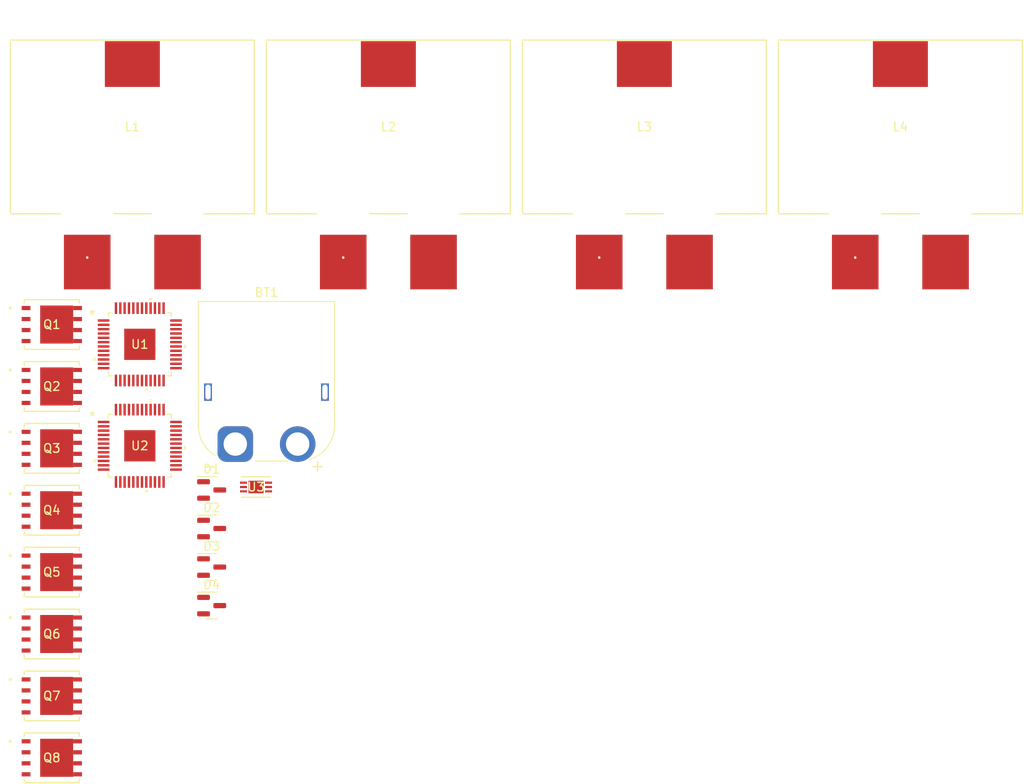
<source format=kicad_pcb>
(kicad_pcb (version 20221018) (generator pcbnew)
  (layers (0 "F.Cu" signal) (31 "B.Cu" signal) (34 "B.Paste" user) (35 "F.Paste" user) (36 "B.SilkS" user "B.Silkscreen") (37 "F.SilkS" user "F.Silkscreen") (38 "B.Mask" user) (39 "F.Mask" user) (44 "Edge.Cuts" user))
  (net 0 "")
  (net 1 "+BATT")
  (net 2 "GND")
  (net 3 "Net-(D1-K)")
  (net 4 "/DRVCC1")
  (net 5 "Net-(D2-K)")
  (net 6 "Net-(D3-K)")
  (net 7 "/DRVCC2")
  (net 8 "Net-(D4-K)")
  (net 9 "Net-(Q1-S)")
  (net 10 "+24V")
  (net 11 "Net-(Q3-S)")
  (net 12 "Net-(Q5-S)")
  (net 13 "Net-(Q7-S)")
  (net 14 "Net-(Q1-G)")
  (net 15 "Net-(Q2-G)")
  (net 16 "Net-(Q3-G)")
  (net 17 "Net-(Q4-G)")
  (net 18 "Net-(Q5-G)")
  (net 19 "Net-(Q6-G)")
  (net 20 "Net-(Q7-G)")
  (net 21 "Net-(Q8-G)")
  (net 23 "/INTVCC1")
  (net 24 "/CLK1")
  (net 25 "Net-(U1-FREQ)")
  (net 26 "Net-(U1-ITH2)")
  (net 27 "Net-(U1-SENSE2+)")
  (net 34 "/LVC")
  (net 44 "/SS")
  (net 45 "/ITH")
  (net 46 "Net-(U1-VFB1)")
  (net 47 "Net-(U1-SENSE1+)")
  (net 49 "/INTVCC2")
  (net 50 "/CLK2")
  (net 51 "Net-(U2-FREQ)")
  (net 52 "Net-(U2-ITH2)")
  (net 53 "Net-(U2-SENSE2+)")
  (net 69 "Net-(U2-VFB1)")
  (net 70 "Net-(U2-SENSE1+)")
  (net 71 "Net-(U3-SET)")
  (footprint "BPP_Lib:Infineon 8-PowerTDFN" (layer "F.Cu") (at 47.722016 67.317004)
    (fp_text reference "Q1" (at 0 0 unlocked) (layer "F.SilkS"))
    (fp_text value "BSC520N15NS3")
    (fp_poly (pts (xy -1.34366 -2.1971) (xy 2.46634 -2.1971) (xy 2.46634 2.1971) (xy -1.34366 2.1971)) (fill solid) (layer "F.Cu"))
    (fp_line (start -3.175 -2.8702) (end -3.175 -2.47904) (stroke (width 0.1524)) (layer "F.SilkS"))
    (fp_line (start -3.175 2.47904) (end -3.175 2.8702) (stroke (width 0.1524)) (layer "F.SilkS"))
    (fp_line (start -3.175 2.8702) (end 3.175 2.8702) (stroke (width 0.1524)) (layer "F.SilkS"))
    (fp_line (start 3.175 -2.8702) (end -3.175 -2.8702) (stroke (width 0.1524)) (layer "F.SilkS"))
    (fp_line (start 3.175 -2.47904) (end 3.175 -2.8702) (stroke (width 0.1524)) (layer "F.SilkS"))
    (fp_line (start 3.175 2.8702) (end 3.175 2.47904) (stroke (width 0.1524)) (layer "F.SilkS"))
    (fp_circle (center -4.8006 -1.905) (end -4.699 -1.905) (stroke (width 0.1524)) (fill none) (layer "F.SilkS"))
    (pad "1" smd rect (at -2.9718 -1.905) (size 1.016 0.4826) (layers "F.Cu" "F.Paste" "F.Mask") (net 9 "Net-(Q1-S)"))
    (pad "1" smd rect (at -2.9718 -0.635) (size 1.016 0.4826) (layers "F.Cu" "F.Paste" "F.Mask") (net 9 "Net-(Q1-S)"))
    (pad "1" smd rect (at -2.9718 0.635) (size 1.016 0.4826) (layers "F.Cu" "F.Paste" "F.Mask") (net 9 "Net-(Q1-S)"))
    (pad "2" smd rect (at -2.9718 1.905) (size 1.016 0.4826) (layers "F.Cu" "F.Paste" "F.Mask") (net 14 "Net-(Q1-G)"))
    (pad "3" smd rect (at 2.9718 -1.905) (size 1.016 0.4826) (layers "F.Cu" "F.Paste" "F.Mask") (net 1 "+BATT"))
    (pad "3" smd rect (at 2.9718 -0.635) (size 1.016 0.4826) (layers "F.Cu" "F.Paste" "F.Mask") (net 1 "+BATT"))
    (pad "3" smd rect (at 2.9718 0.635) (size 1.016 0.4826) (layers "F.Cu" "F.Paste" "F.Mask") (net 1 "+BATT"))
    (pad "3" smd rect (at 2.9718 1.905) (size 1.016 0.4826) (layers "F.Cu" "F.Paste" "F.Mask") (net 1 "+BATT"))
  )
  (footprint "BPP_Lib:LTC6908-DFN" (layer "F.Cu") (at 71.303215 86.077904)
    (fp_text reference "U3" (at 0 0 unlocked) (layer "F.SilkS"))
    (fp_text value "LTC6908-2")
    (fp_line (start -1.6764 1.1811) (end 1.6764 1.1811) (stroke (width 0.1524)) (layer "F.SilkS"))
    (fp_line (start 1.6764 -1.1811) (end -1.6764 -1.1811) (stroke (width 0.1524)) (layer "F.SilkS"))
    (pad "1" smd rect (at -1.4454 -0.499999) (size 0.807999 0.2548) (layers "F.Cu" "F.Paste" "F.Mask") (net 71 "Net-(U3-SET)"))
    (pad "2" smd rect (at -1.4454 0) (size 0.807999 0.2548) (layers "F.Cu" "F.Paste" "F.Mask") (net 23 "/INTVCC1"))
    (pad "3" smd rect (at -1.4454 0.499999) (size 0.807999 0.2548) (layers "F.Cu" "F.Paste" "F.Mask") (net 2 "GND"))
    (pad "4" smd rect (at 1.4454 0.499999) (size 0.807999 0.2548) (layers "F.Cu" "F.Paste" "F.Mask") (net 24 "/CLK1"))
    (pad "5" smd rect (at 1.4454 0) (size 0.807999 0.2548) (layers "F.Cu" "F.Paste" "F.Mask") (net 50 "/CLK2"))
    (pad "6" smd rect (at 1.4454 -0.499999) (size 0.807999 0.2548) (layers "F.Cu" "F.Paste" "F.Mask") (net 24 "/CLK1"))
    (pad "7" smd rect (at 0 0) (size 1.7526 1.4478) (layers "F.Cu" "F.Paste" "F.Mask") (net 2 "GND"))
  )
  (footprint "BPP_Lib:Infineon 8-PowerTDFN" (layer "F.Cu") (at 47.722016 110.197804)
    (fp_text reference "Q7" (at 0 0 unlocked) (layer "F.SilkS"))
    (fp_text value "BSC093N15NS5")
    (fp_poly (pts (xy -1.34366 -2.1971) (xy 2.46634 -2.1971) (xy 2.46634 2.1971) (xy -1.34366 2.1971)) (fill solid) (layer "F.Cu"))
    (fp_line (start -3.175 -2.8702) (end -3.175 -2.47904) (stroke (width 0.1524)) (layer "F.SilkS"))
    (fp_line (start -3.175 2.47904) (end -3.175 2.8702) (stroke (width 0.1524)) (layer "F.SilkS"))
    (fp_line (start -3.175 2.8702) (end 3.175 2.8702) (stroke (width 0.1524)) (layer "F.SilkS"))
    (fp_line (start 3.175 -2.8702) (end -3.175 -2.8702) (stroke (width 0.1524)) (layer "F.SilkS"))
    (fp_line (start 3.175 -2.47904) (end 3.175 -2.8702) (stroke (width 0.1524)) (layer "F.SilkS"))
    (fp_line (start 3.175 2.8702) (end 3.175 2.47904) (stroke (width 0.1524)) (layer "F.SilkS"))
    (fp_circle (center -4.8006 -1.905) (end -4.699 -1.905) (stroke (width 0.1524)) (fill none) (layer "F.SilkS"))
    (pad "1" smd rect (at -2.9718 -1.905) (size 1.016 0.4826) (layers "F.Cu" "F.Paste" "F.Mask") (net 13 "Net-(Q7-S)"))
    (pad "1" smd rect (at -2.9718 -0.635) (size 1.016 0.4826) (layers "F.Cu" "F.Paste" "F.Mask") (net 13 "Net-(Q7-S)"))
    (pad "1" smd rect (at -2.9718 0.635) (size 1.016 0.4826) (layers "F.Cu" "F.Paste" "F.Mask") (net 13 "Net-(Q7-S)"))
    (pad "2" smd rect (at -2.9718 1.905) (size 1.016 0.4826) (layers "F.Cu" "F.Paste" "F.Mask") (net 20 "Net-(Q7-G)"))
    (pad "3" smd rect (at 2.9718 -1.905) (size 1.016 0.4826) (layers "F.Cu" "F.Paste" "F.Mask") (net 1 "+BATT"))
    (pad "3" smd rect (at 2.9718 -0.635) (size 1.016 0.4826) (layers "F.Cu" "F.Paste" "F.Mask") (net 1 "+BATT"))
    (pad "3" smd rect (at 2.9718 0.635) (size 1.016 0.4826) (layers "F.Cu" "F.Paste" "F.Mask") (net 1 "+BATT"))
    (pad "3" smd rect (at 2.9718 1.905) (size 1.016 0.4826) (layers "F.Cu" "F.Paste" "F.Mask") (net 1 "+BATT"))
  )
  (footprint "BPP_Lib:Infineon 8-PowerTDFN" (layer "F.Cu") (at 47.722016 117.344604)
    (fp_text reference "Q8" (at 0 0 unlocked) (layer "F.SilkS"))
    (fp_text value "BSC093N15NS5")
    (fp_poly (pts (xy -1.34366 -2.1971) (xy 2.46634 -2.1971) (xy 2.46634 2.1971) (xy -1.34366 2.1971)) (fill solid) (layer "F.Cu"))
    (fp_line (start -3.175 -2.8702) (end -3.175 -2.47904) (stroke (width 0.1524)) (layer "F.SilkS"))
    (fp_line (start -3.175 2.47904) (end -3.175 2.8702) (stroke (width 0.1524)) (layer "F.SilkS"))
    (fp_line (start -3.175 2.8702) (end 3.175 2.8702) (stroke (width 0.1524)) (layer "F.SilkS"))
    (fp_line (start 3.175 -2.8702) (end -3.175 -2.8702) (stroke (width 0.1524)) (layer "F.SilkS"))
    (fp_line (start 3.175 -2.47904) (end 3.175 -2.8702) (stroke (width 0.1524)) (layer "F.SilkS"))
    (fp_line (start 3.175 2.8702) (end 3.175 2.47904) (stroke (width 0.1524)) (layer "F.SilkS"))
    (fp_circle (center -4.8006 -1.905) (end -4.699 -1.905) (stroke (width 0.1524)) (fill none) (layer "F.SilkS"))
    (pad "1" smd rect (at -2.9718 -1.905) (size 1.016 0.4826) (layers "F.Cu" "F.Paste" "F.Mask") (net 2 "GND"))
    (pad "1" smd rect (at -2.9718 -0.635) (size 1.016 0.4826) (layers "F.Cu" "F.Paste" "F.Mask") (net 2 "GND"))
    (pad "1" smd rect (at -2.9718 0.635) (size 1.016 0.4826) (layers "F.Cu" "F.Paste" "F.Mask") (net 2 "GND"))
    (pad "2" smd rect (at -2.9718 1.905) (size 1.016 0.4826) (layers "F.Cu" "F.Paste" "F.Mask") (net 21 "Net-(Q8-G)"))
    (pad "3" smd rect (at 2.9718 -1.905) (size 1.016 0.4826) (layers "F.Cu" "F.Paste" "F.Mask") (net 13 "Net-(Q7-S)"))
    (pad "3" smd rect (at 2.9718 -0.635) (size 1.016 0.4826) (layers "F.Cu" "F.Paste" "F.Mask") (net 13 "Net-(Q7-S)"))
    (pad "3" smd rect (at 2.9718 0.635) (size 1.016 0.4826) (layers "F.Cu" "F.Paste" "F.Mask") (net 13 "Net-(Q7-S)"))
    (pad "3" smd rect (at 2.9718 1.905) (size 1.016 0.4826) (layers "F.Cu" "F.Paste" "F.Mask") (net 13 "Net-(Q7-S)"))
  )
  (footprint "Package_TO_SOT_SMD:SOT-23" (layer "F.Cu") (at 66.178616 86.418604)
    (fp_text reference "D1" (at 0 -2.4) (layer "F.SilkS"))
    (fp_text value "CMPD3003A")
    (fp_line (start 0 -1.56) (end -1.675 -1.56) (stroke (width 0.12)) (layer "F.SilkS"))
    (fp_line (start 0 -1.56) (end 0.65 -1.56) (stroke (width 0.12)) (layer "F.SilkS"))
    (fp_line (start 0 1.56) (end -0.65 1.56) (stroke (width 0.12)) (layer "F.SilkS"))
    (fp_line (start 0 1.56) (end 0.65 1.56) (stroke (width 0.12)) (layer "F.SilkS"))
    (pad "1" smd roundrect (at -0.9375 -0.95) (size 1.475 0.6) (layers "F.Cu" "F.Paste" "F.Mask") (net 3 "Net-(D1-K)"))
    (pad "2" smd roundrect (at -0.9375 0.95) (size 1.475 0.6) (layers "F.Cu" "F.Paste" "F.Mask") (net 4 "/DRVCC1"))
    (pad "3" smd roundrect (at 0.9375 0) (size 1.475 0.6) (layers "F.Cu" "F.Paste" "F.Mask"))
  )
  (footprint "BPP_Lib:LTC7810" (layer "F.Cu") (at 57.881616 69.601604)
    (fp_text reference "U1" (at 0 0 unlocked) (layer "F.SilkS"))
    (fp_text value "LTC7810")
    (fp_text user "*" (at -5.485 -3.381 unlocked) (layer "F.SilkS"))
    (fp_text user "*" (at -5.485 -3.381) (layer "F.SilkS"))
    (fp_line (start -3.6322 -3.6322) (end -3.6322 -3.22244) (stroke (width 0.1524)) (layer "F.SilkS"))
    (fp_line (start -3.6322 3.22244) (end -3.6322 3.6322) (stroke (width 0.1524)) (layer "F.SilkS"))
    (fp_line (start -3.6322 3.6322) (end -3.22244 3.6322) (stroke (width 0.1524)) (layer "F.SilkS"))
    (fp_line (start -3.22244 -3.6322) (end -3.6322 -3.6322) (stroke (width 0.1524)) (layer "F.SilkS"))
    (fp_line (start 3.22244 3.6322) (end 3.6322 3.6322) (stroke (width 0.1524)) (layer "F.SilkS"))
    (fp_line (start 3.6322 -3.6322) (end 3.22244 -3.6322) (stroke (width 0.1524)) (layer "F.SilkS"))
    (fp_line (start 3.6322 -3.22244) (end 3.6322 -3.6322) (stroke (width 0.1524)) (layer "F.SilkS"))
    (fp_line (start 3.6322 3.6322) (end 3.6322 3.22244) (stroke (width 0.1524)) (layer "F.SilkS"))
    (fp_poly (pts (xy -5.358 1.559499) (xy -5.358 1.940499) (xy -5.104 1.940499) (xy -5.104 1.559499)) (fill solid) (layer "F.SilkS"))
    (fp_poly (pts (xy 0.559501 5.104) (xy 0.559501 5.358) (xy 0.940501 5.358) (xy 0.940501 5.104)) (fill solid) (layer "F.SilkS"))
    (fp_poly (pts (xy 1.0595 -5.104) (xy 1.0595 -5.358) (xy 1.4405 -5.358) (xy 1.4405 -5.104)) (fill solid) (layer "F.SilkS"))
    (fp_poly (pts (xy 5.358 0.059499) (xy 5.358 0.4405) (xy 5.104 0.4405) (xy 5.104 0.059499)) (fill solid) (layer "F.SilkS"))
    (pad "1" smd rect (at -4.177599 -2.75 90) (size 0.2794 1.344799) (layers "F.Cu" "F.Paste" "F.Mask") (net 10 "+24V"))
    (pad "2" smd rect (at -4.177599 -2.250001 90) (size 0.2794 1.344799) (layers "F.Cu" "F.Paste" "F.Mask"))
    (pad "3" smd rect (at -4.177599 -1.749999 90) (size 0.2794 1.344799) (layers "F.Cu" "F.Paste" "F.Mask") (net 23 "/INTVCC1"))
    (pad "4" smd rect (at -4.177599 -1.25 90) (size 0.2794 1.344799) (layers "F.Cu" "F.Paste" "F.Mask") (net 24 "/CLK1"))
    (pad "5" smd rect (at -4.177599 -0.750001 90) (size 0.2794 1.344799) (layers "F.Cu" "F.Paste" "F.Mask") (net 2 "GND"))
    (pad "6" smd rect (at -4.177599 -0.25 90) (size 0.2794 1.344799) (layers "F.Cu" "F.Paste" "F.Mask") (net 25 "Net-(U1-FREQ)"))
    (pad "7" smd rect (at -4.177599 0.25 90) (size 0.2794 1.344799) (layers "F.Cu" "F.Paste" "F.Mask") (net 26 "Net-(U1-ITH2)"))
    (pad "8" smd rect (at -4.177599 0.750001 90) (size 0.2794 1.344799) (layers "F.Cu" "F.Paste" "F.Mask") (net 23 "/INTVCC1"))
    (pad "9" smd rect (at -4.177599 1.25 90) (size 0.2794 1.344799) (layers "F.Cu" "F.Paste" "F.Mask") (net 26 "Net-(U1-ITH2)"))
    (pad "10" smd rect (at -4.177599 1.749999 90) (size 0.2794 1.344799) (layers "F.Cu" "F.Paste" "F.Mask") (net 4 "/DRVCC1"))
    (pad "11" smd rect (at -4.177599 2.250001 90) (size 0.2794 1.344799) (layers "F.Cu" "F.Paste" "F.Mask") (net 10 "+24V"))
    (pad "12" smd rect (at -4.177599 2.75 90) (size 0.2794 1.344799) (layers "F.Cu" "F.Paste" "F.Mask") (net 10 "+24V"))
    (pad "13" smd rect (at -2.75 4.177599) (size 0.2794 1.344799) (layers "F.Cu" "F.Paste" "F.Mask") (net 27 "Net-(U1-SENSE2+)"))
    (pad "14" smd rect (at -2.250001 4.177599) (size 0.2794 1.344799) (layers "F.Cu" "F.Paste" "F.Mask") (net 23 "/INTVCC1"))
    (pad "15" smd rect (at -1.749999 4.177599) (size 0.2794 1.344799) (layers "F.Cu" "F.Paste" "F.Mask") (net 26 "Net-(U1-ITH2)"))
    (pad "16" smd rect (at -1.25 4.177599) (size 0.2794 1.344799) (layers "F.Cu" "F.Paste" "F.Mask") (net 26 "Net-(U1-ITH2)"))
    (pad "17" smd rect (at -0.750001 4.177599) (size 0.2794 1.344799) (layers "F.Cu" "F.Paste" "F.Mask"))
    (pad "18" smd rect (at -0.25 4.177599) (size 0.2794 1.344799) (layers "F.Cu" "F.Paste" "F.Mask"))
    (pad "19" smd rect (at 0.25 4.177599) (size 0.2794 1.344799) (layers "F.Cu" "F.Paste" "F.Mask") (net 16 "Net-(Q3-G)"))
    (pad "20" smd rect (at 0.750001 4.177599) (size 0.2794 1.344799) (layers "F.Cu" "F.Paste" "F.Mask") (net 11 "Net-(Q3-S)"))
    (pad "21" smd rect (at 1.25 4.177599) (size 0.2794 1.344799) (layers "F.Cu" "F.Paste" "F.Mask") (net 5 "Net-(D2-K)"))
    (pad "22" smd rect (at 1.749999 4.177599) (size 0.2794 1.344799) (layers "F.Cu" "F.Paste" "F.Mask"))
    (pad "23" smd rect (at 2.250001 4.177599) (size 0.2794 1.344799) (layers "F.Cu" "F.Paste" "F.Mask"))
    (pad "24" smd rect (at 2.75 4.177599) (size 0.2794 1.344799) (layers "F.Cu" "F.Paste" "F.Mask") (net 17 "Net-(Q4-G)"))
    (pad "25" smd rect (at 4.177599 2.75 90) (size 0.2794 1.344799) (layers "F.Cu" "F.Paste" "F.Mask") (net 2 "GND"))
    (pad "26" smd rect (at 4.177599 2.250001 90) (size 0.2794 1.344799) (layers "F.Cu" "F.Paste" "F.Mask") (net 4 "/DRVCC1"))
    (pad "27" smd rect (at 4.177599 1.749999 90) (size 0.2794 1.344799) (layers "F.Cu" "F.Paste" "F.Mask"))
    (pad "28" smd rect (at 4.177599 1.25 90) (size 0.2794 1.344799) (layers "F.Cu" "F.Paste" "F.Mask"))
    (pad "29" smd rect (at 4.177599 0.750001 90) (size 0.2794 1.344799) (layers "F.Cu" "F.Paste" "F.Mask") (net 34 "/LVC"))
    (pad "30" smd rect (at 4.177599 0.25 90) (size 0.2794 1.344799) (layers "F.Cu" "F.Paste" "F.Mask"))
    (pad "31" smd rect (at 4.177599 -0.25 90) (size 0.2794 1.344799) (layers "F.Cu" "F.Paste" "F.Mask"))
    (pad "32" smd rect (at 4.177599 -0.750001 90) (size 0.2794 1.344799) (layers "F.Cu" "F.Paste" "F.Mask") (net 34 "/LVC"))
    (pad "33" smd rect (at 4.177599 -1.25 90) (size 0.2794 1.344799) (layers "F.Cu" "F.Paste" "F.Mask"))
    (pad "34" smd rect (at 4.177599 -1.749999 90) (size 0.2794 1.344799) (layers "F.Cu" "F.Paste" "F.Mask"))
    (pad "35" smd rect (at 4.177599 -2.250001 90) (size 0.2794 1.344799) (layers "F.Cu" "F.Paste" "F.Mask") (net 1 "+BATT"))
    (pad "36" smd rect (at 4.177599 -2.75 90) (size 0.2794 1.344799) (layers "F.Cu" "F.Paste" "F.Mask"))
    (pad "37" smd rect (at 2.75 -4.177599) (size 0.2794 1.344799) (layers "F.Cu" "F.Paste" "F.Mask") (net 15 "Net-(Q2-G)"))
    (pad "38" smd rect (at 2.250001 -4.177599) (size 0.2794 1.344799) (layers "F.Cu" "F.Paste" "F.Mask"))
    (pad "39" smd rect (at 1.749999 -4.177599) (size 0.2794 1.344799) (layers "F.Cu" "F.Paste" "F.Mask"))
    (pad "40" smd rect (at 1.25 -4.177599) (size 0.2794 1.344799) (layers "F.Cu" "F.Paste" "F.Mask") (net 3 "Net-(D1-K)"))
    (pad "41" smd rect (at 0.750001 -4.177599) (size 0.2794 1.344799) (layers "F.Cu" "F.Paste" "F.Mask") (net 9 "Net-(Q1-S)"))
    (pad "42" smd rect (at 0.25 -4.177599) (size 0.2794 1.344799) (layers "F.Cu" "F.Paste" "F.Mask") (net 14 "Net-(Q1-G)"))
    (pad "43" smd rect (at -0.25 -4.177599) (size 0.2794 1.344799) (layers "F.Cu" "F.Paste" "F.Mask"))
    (pad "44" smd rect (at -0.750001 -4.177599) (size 0.2794 1.344799) (layers "F.Cu" "F.Paste" "F.Mask"))
    (pad "45" smd rect (at -1.25 -4.177599) (size 0.2794 1.344799) (layers "F.Cu" "F.Paste" "F.Mask") (net 44 "/SS"))
    (pad "46" smd rect (at -1.749999 -4.177599) (size 0.2794 1.344799) (layers "F.Cu" "F.Paste" "F.Mask") (net 45 "/ITH"))
    (pad "47" smd rect (at -2.250001 -4.177599) (size 0.2794 1.344799) (layers "F.Cu" "F.Paste" "F.Mask") (net 46 "Net-(U1-VFB1)"))
    (pad "48" smd rect (at -2.75 -4.177599) (size 0.2794 1.344799) (layers "F.Cu" "F.Paste" "F.Mask") (net 47 "Net-(U1-SENSE1+)"))
    (pad "EPAD" smd rect (at 0 0) (size 3.6068 3.6068) (layers "F.Cu" "F.Mask") (net 2 "GND"))
  )
  (footprint "Package_TO_SOT_SMD:SOT-23" (layer "F.Cu") (at 66.178616 90.868604)
    (fp_text reference "D2" (at 0 -2.4) (layer "F.SilkS"))
    (fp_text value "CMPD3003A")
    (fp_line (start 0 -1.56) (end -1.675 -1.56) (stroke (width 0.12)) (layer "F.SilkS"))
    (fp_line (start 0 -1.56) (end 0.65 -1.56) (stroke (width 0.12)) (layer "F.SilkS"))
    (fp_line (start 0 1.56) (end -0.65 1.56) (stroke (width 0.12)) (layer "F.SilkS"))
    (fp_line (start 0 1.56) (end 0.65 1.56) (stroke (width 0.12)) (layer "F.SilkS"))
    (pad "1" smd roundrect (at -0.9375 -0.95) (size 1.475 0.6) (layers "F.Cu" "F.Paste" "F.Mask") (net 5 "Net-(D2-K)"))
    (pad "2" smd roundrect (at -0.9375 0.95) (size 1.475 0.6) (layers "F.Cu" "F.Paste" "F.Mask") (net 4 "/DRVCC1"))
    (pad "3" smd roundrect (at 0.9375 0) (size 1.475 0.6) (layers "F.Cu" "F.Paste" "F.Mask"))
  )
  (footprint "BPP_Lib:L_PQ2614B" (layer "F.Cu") (at 86.58421 44.499404)
    (fp_text reference "L2" (at 0 0 unlocked) (layer "F.SilkS"))
    (fp_text value "10uH")
    (fp_line (start -14.076998 -10.027) (end -14.076998 10.027) (stroke (width 0.1524)) (layer "F.SilkS"))
    (fp_line (start -14.076998 10.027) (end -8.238141 10.027) (stroke (width 0.1524)) (layer "F.SilkS"))
    (fp_line (start -2.191861 10.027) (end 2.191859 10.027) (stroke (width 0.1524)) (layer "F.SilkS"))
    (fp_line (start 3.02314 -10.027) (end -14.076998 -10.027) (stroke (width 0.1524)) (layer "F.SilkS"))
    (fp_line (start 8.238138 10.027) (end 14.076998 10.027) (stroke (width 0.1524)) (layer "F.SilkS"))
    (fp_line (start 14.076998 -10.027) (end 3.02314 -10.027) (stroke (width 0.1524)) (layer "F.SilkS"))
    (fp_line (start 14.076998 10.027) (end 14.076998 -10.027) (stroke (width 0.1524)) (layer "F.SilkS"))
    (fp_circle (center -5.215001 15.087602) (end -5.138801 15.087602) (stroke (width 0.1524)) (fill none) (layer "F.SilkS"))
    (pad "1" smd rect (at -5.215001 15.600596) (size 5.380799 6.301199) (layers "F.Cu" "F.Paste" "F.Mask") (net 11 "Net-(Q3-S)"))
    (pad "2" smd rect (at 5.214998 15.600596) (size 5.380799 6.301199) (layers "F.Cu" "F.Paste" "F.Mask") (net 10 "+24V"))
    (pad "3" smd rect (at 0 -7.258398) (size 6.35 5.2832) (layers "F.Cu" "F.Paste" "F.Mask"))
  )
  (footprint "Connector_AMASS:AMASS_XT60PW-M_1x02_P7.20mm_Horizontal" (layer "F.Cu") (at 68.908616 81.118604)
    (fp_text reference "BT1" (at 3.6 -17.5) (layer "F.SilkS"))
    (fp_text value "Battery")
    (fp_text user "-" (at -2.8 2.5) (layer "F.SilkS") (effects (font (size 1.5 1.5))))
    (fp_text user "+" (at 9.5 2.5) (layer "F.SilkS") (effects (font (size 1.5 1.5))))
    (fp_line (start -4.26 -16.46) (end -4.26 -2.15) (stroke (width 0.12)) (layer "F.SilkS"))
    (fp_line (start -4.26 -16.46) (end 11.46 -16.46) (stroke (width 0.12)) (layer "F.SilkS"))
    (fp_line (start 2.31 1.96) (end 6.05 1.96) (stroke (width 0.12)) (layer "F.SilkS"))
    (fp_line (start 11.46 -16.46) (end 11.46 -2.15) (stroke (width 0.12)) (layer "F.SilkS"))
    (fp_arc (start -2.266806 1.372958) (mid -3.727162 -0.126139) (end -4.26 -2.15) (stroke (width 0.12)) (layer "F.SilkS"))
    (fp_arc (start 11.46 -2.15) (mid 10.653852 0.294722) (end 8.551648 1.780413) (stroke (width 0.12)) (layer "F.SilkS"))
    (pad "" thru_hole rect (at -3.15 -6) (size 0.9 2) (drill oval 0.6 1.7) (layers "*.Cu" "*.Mask"))
    (pad "" thru_hole rect (at 10.35 -6) (size 0.9 2) (drill oval 0.6 1.7) (layers "*.Cu" "*.Mask"))
    (pad "1" thru_hole roundrect (at 0 0) (size 4.1 4.1) (drill 2.7) (layers "*.Cu" "*.Mask") (net 1 "+BATT"))
    (pad "2" thru_hole circle (at 7.2 0) (size 4.1 4.1) (drill 2.7) (layers "*.Cu" "*.Mask") (net 2 "GND"))
  )
  (footprint "BPP_Lib:Infineon 8-PowerTDFN" (layer "F.Cu") (at 47.722016 95.904204)
    (fp_text reference "Q5" (at 0 0 unlocked) (layer "F.SilkS"))
    (fp_text value "BSC520N15NS3")
    (fp_line (start -3.175 -2.8702) (end -3.175 -2.47904) (stroke (width 0.1524)) (layer "F.SilkS"))
    (fp_line (start -3.175 2.47904) (end -3.175 2.8702) (stroke (width 0.1524)) (layer "F.SilkS"))
    (fp_line (start -3.175 2.8702) (end 3.175 2.8702) (stroke (width 0.1524)) (layer "F.SilkS"))
    (fp_line (start 3.175 -2.8702) (end -3.175 -2.8702) (stroke (width 0.1524)) (layer "F.SilkS"))
    (fp_line (start 3.175 -2.47904) (end 3.175 -2.8702) (stroke (width 0.1524)) (layer "F.SilkS"))
    (fp_line (start 3.175 2.8702) (end 3.175 2.47904) (stroke (width 0.1524)) (layer "F.SilkS"))
    (fp_circle (center -4.8006 -1.905) (end -4.699 -1.905) (stroke (width 0.1524)) (fill none) (layer "F.SilkS"))
    (pad "1" smd rect (at -2.9718 -1.905) (size 1.016 0.4826) (layers "F.Cu" "F.Paste" "F.Mask") (net 12 "Net-(Q5-S)"))
    (pad "1" smd rect (at -2.9718 -0.635) (size 1.016 0.4826) (layers "F.Cu" "F.Paste" "F.Mask") (net 12 "Net-(Q5-S)"))
    (pad "1" smd rect (at -2.9718 0.635) (size 1.016 0.4826) (layers "F.Cu" "F.Paste" "F.Mask") (net 12 "Net-(Q5-S)"))
    (pad "2" smd rect (at -2.9718 1.905) (size 1.016 0.4826) (layers "F.Cu" "F.Paste" "F.Mask") (net 18 "Net-(Q5-G)"))
    (pad "3" smd rect (at 0.55967 -0.002551) (size 3.80666 4.389098) (layers "F.Cu" "F.Paste" "F.Mask") (net 1 "+BATT"))
    (pad "3" smd rect (at 2.9718 -1.905) (size 1.016 0.4826) (layers "F.Cu" "F.Paste" "F.Mask") (net 1 "+BATT"))
    (pad "3" smd rect (at 2.9718 -0.635) (size 1.016 0.4826) (layers "F.Cu" "F.Paste" "F.Mask") (net 1 "+BATT"))
    (pad "3" smd rect (at 2.9718 0.635) (size 1.016 0.4826) (layers "F.Cu" "F.Paste" "F.Mask") (net 1 "+BATT"))
    (pad "3" smd rect (at 2.9718 1.905) (size 1.016 0.4826) (layers "F.Cu" "F.Paste" "F.Mask") (net 1 "+BATT"))
  )
  (footprint "BPP_Lib:Infineon 8-PowerTDFN" (layer "F.Cu") (at 47.722016 81.610604)
    (fp_text reference "Q3" (at 0 0 unlocked) (layer "F.SilkS"))
    (fp_text value "BSC093N15NS5")
    (fp_poly (pts (xy -1.34366 -2.1971) (xy 2.46634 -2.1971) (xy 2.46634 2.1971) (xy -1.34366 2.1971)) (fill solid) (layer "F.Cu"))
    (fp_line (start -3.175 -2.8702) (end -3.175 -2.47904) (stroke (width 0.1524)) (layer "F.SilkS"))
    (fp_line (start -3.175 2.47904) (end -3.175 2.8702) (stroke (width 0.1524)) (layer "F.SilkS"))
    (fp_line (start -3.175 2.8702) (end 3.175 2.8702) (stroke (width 0.1524)) (layer "F.SilkS"))
    (fp_line (start 3.175 -2.8702) (end -3.175 -2.8702) (stroke (width 0.1524)) (layer "F.SilkS"))
    (fp_line (start 3.175 -2.47904) (end 3.175 -2.8702) (stroke (width 0.1524)) (layer "F.SilkS"))
    (fp_line (start 3.175 2.8702) (end 3.175 2.47904) (stroke (width 0.1524)) (layer "F.SilkS"))
    (fp_circle (center -4.8006 -1.905) (end -4.699 -1.905) (stroke (width 0.1524)) (fill none) (layer "F.SilkS"))
    (pad "1" smd rect (at -2.9718 -1.905) (size 1.016 0.4826) (layers "F.Cu" "F.Paste" "F.Mask") (net 11 "Net-(Q3-S)"))
    (pad "1" smd rect (at -2.9718 -0.635) (size 1.016 0.4826) (layers "F.Cu" "F.Paste" "F.Mask") (net 11 "Net-(Q3-S)"))
    (pad "1" smd rect (at -2.9718 0.635) (size 1.016 0.4826) (layers "F.Cu" "F.Paste" "F.Mask") (net 11 "Net-(Q3-S)"))
    (pad "2" smd rect (at -2.9718 1.905) (size 1.016 0.4826) (layers "F.Cu" "F.Paste" "F.Mask") (net 16 "Net-(Q3-G)"))
    (pad "3" smd rect (at 2.9718 -1.905) (size 1.016 0.4826) (layers "F.Cu" "F.Paste" "F.Mask") (net 1 "+BATT"))
    (pad "3" smd rect (at 2.9718 -0.635) (size 1.016 0.4826) (layers "F.Cu" "F.Paste" "F.Mask") (net 1 "+BATT"))
    (pad "3" smd rect (at 2.9718 0.635) (size 1.016 0.4826) (layers "F.Cu" "F.Paste" "F.Mask") (net 1 "+BATT"))
    (pad "3" smd rect (at 2.9718 1.905) (size 1.016 0.4826) (layers "F.Cu" "F.Paste" "F.Mask") (net 1 "+BATT"))
  )
  (footprint "BPP_Lib:LTC7810" (layer "F.Cu") (at 57.881616 81.317604)
    (fp_text reference "U2" (at 0 0 unlocked) (layer "F.SilkS"))
    (fp_text value "LTC7810")
    (fp_text user "*" (at -5.485 -3.381) (layer "F.SilkS"))
    (fp_text user "*" (at -5.485 -3.381 unlocked) (layer "F.SilkS"))
    (fp_line (start -3.6322 -3.6322) (end -3.6322 -3.22244) (stroke (width 0.1524)) (layer "F.SilkS"))
    (fp_line (start -3.6322 3.22244) (end -3.6322 3.6322) (stroke (width 0.1524)) (layer "F.SilkS"))
    (fp_line (start -3.6322 3.6322) (end -3.22244 3.6322) (stroke (width 0.1524)) (layer "F.SilkS"))
    (fp_line (start -3.22244 -3.6322) (end -3.6322 -3.6322) (stroke (width 0.1524)) (layer "F.SilkS"))
    (fp_line (start 3.22244 3.6322) (end 3.6322 3.6322) (stroke (width 0.1524)) (layer "F.SilkS"))
    (fp_line (start 3.6322 -3.6322) (end 3.22244 -3.6322) (stroke (width 0.1524)) (layer "F.SilkS"))
    (fp_line (start 3.6322 -3.22244) (end 3.6322 -3.6322) (stroke (width 0.1524)) (layer "F.SilkS"))
    (fp_line (start 3.6322 3.6322) (end 3.6322 3.22244) (stroke (width 0.1524)) (layer "F.SilkS"))
    (fp_poly (pts (xy -5.358 1.559499) (xy -5.358 1.940499) (xy -5.104 1.940499) (xy -5.104 1.559499)) (fill solid) (layer "F.SilkS"))
    (fp_poly (pts (xy 0.559501 5.104) (xy 0.559501 5.358) (xy 0.940501 5.358) (xy 0.940501 5.104)) (fill solid) (layer "F.SilkS"))
    (fp_poly (pts (xy 1.0595 -5.104) (xy 1.0595 -5.358) (xy 1.4405 -5.358) (xy 1.4405 -5.104)) (fill solid) (layer "F.SilkS"))
    (fp_poly (pts (xy 5.358 0.059499) (xy 5.358 0.4405) (xy 5.104 0.4405) (xy 5.104 0.059499)) (fill solid) (layer "F.SilkS"))
    (pad "1" smd rect (at -4.177599 -2.75 90) (size 0.2794 1.344799) (layers "F.Cu" "F.Paste" "F.Mask") (net 10 "+24V"))
    (pad "2" smd rect (at -4.177599 -2.250001 90) (size 0.2794 1.344799) (layers "F.Cu" "F.Paste" "F.Mask"))
    (pad "3" smd rect (at -4.177599 -1.749999 90) (size 0.2794 1.344799) (layers "F.Cu" "F.Paste" "F.Mask") (net 49 "/INTVCC2"))
    (pad "4" smd rect (at -4.177599 -1.25 90) (size 0.2794 1.344799) (layers "F.Cu" "F.Paste" "F.Mask") (net 50 "/CLK2"))
    (pad "5" smd rect (at -4.177599 -0.750001 90) (size 0.2794 1.344799) (layers "F.Cu" "F.Paste" "F.Mask") (net 2 "GND"))
    (pad "6" smd rect (at -4.177599 -0.25 90) (size 0.2794 1.344799) (layers "F.Cu" "F.Paste" "F.Mask") (net 51 "Net-(U2-FREQ)"))
    (pad "7" smd rect (at -4.177599 0.25 90) (size 0.2794 1.344799) (layers "F.Cu" "F.Paste" "F.Mask") (net 52 "Net-(U2-ITH2)"))
    (pad "8" smd rect (at -4.177599 0.750001 90) (size 0.2794 1.344799) (layers "F.Cu" "F.Paste" "F.Mask") (net 49 "/INTVCC2"))
    (pad "9" smd rect (at -4.177599 1.25 90) (size 0.2794 1.344799) (layers "F.Cu" "F.Paste" "F.Mask") (net 52 "Net-(U2-ITH2)"))
    (pad "10" smd rect (at -4.177599 1.749999 90) (size 0.2794 1.344799) (layers "F.Cu" "F.Paste" "F.Mask") (net 4 "/DRVCC1"))
    (pad "11" smd rect (at -4.177599 2.250001 90) (size 0.2794 1.344799) (layers "F.Cu" "F.Paste" "F.Mask") (net 10 "+24V"))
    (pad "12" smd rect (at -4.177599 2.75 90) (size 0.2794 1.344799) (layers "F.Cu" "F.Paste" "F.Mask") (net 10 "+24V"))
    (pad "13" smd rect (at -2.75 4.177599) (size 0.2794 1.344799) (layers "F.Cu" "F.Paste" "F.Mask") (net 53 "Net-(U2-SENSE2+)"))
    (pad "14" smd rect (at -2.250001 4.177599) (size 0.2794 1.344799) (layers "F.Cu" "F.Paste" "F.Mask") (net 49 "/INTVCC2"))
    (pad "15" smd rect (at -1.749999 4.177599) (size 0.2794 1.344799) (layers "F.Cu" "F.Paste" "F.Mask") (net 52 "Net-(U2-ITH2)"))
    (pad "16" smd rect (at -1.25 4.177599) (size 0.2794 1.344799) (layers "F.Cu" "F.Paste" "F.Mask") (net 52 "Net-(U2-ITH2)"))
    (pad "17" smd rect (at -0.750001 4.177599) (size 0.2794 1.344799) (layers "F.Cu" "F.Paste" "F.Mask"))
    (pad "18" smd rect (at -0.25 4.177599) (size 0.2794 1.344799) (layers "F.Cu" "F.Paste" "F.Mask"))
    (pad "19" smd rect (at 0.25 4.177599) (size 0.2794 1.344799) (layers "F.Cu" "F.Paste" "F.Mask") (net 20 "Net-(Q7-G)"))
    (pad "20" smd rect (at 0.750001 4.177599) (size 0.2794 1.344799) (layers "F.Cu" "F.Paste" "F.Mask") (net 13 "Net-(Q7-S)"))
    (pad "21" smd rect (at 1.25 4.177599) (size 0.2794 1.344799) (layers "F.Cu" "F.Paste" "F.Mask") (net 8 "Net-(D4-K)"))
    (pad "22" smd rect (at 1.749999 4.177599) (size 0.2794 1.344799) (layers "F.Cu" "F.Paste" "F.Mask"))
    (pad "23" smd rect (at 2.250001 4.177599) (size 0.2794 1.344799) (layers "F.Cu" "F.Paste" "F.Mask"))
    (pad "24" smd rect (at 2.75 4.177599) (size 0.2794 1.344799) (layers "F.Cu" "F.Paste" "F.Mask") (net 21 "Net-(Q8-G)"))
    (pad "25" smd rect (at 4.177599 2.75 90) (size 0.2794 1.344799) (layers "F.Cu" "F.Paste" "F.Mask") (net 2 "GND"))
    (pad "26" smd rect (at 4.177599 2.250001 90) (size 0.2794 1.344799) (layers "F.Cu" "F.Paste" "F.Mask") (net 4 "/DRVCC1"))
    (pad "27" smd rect (at 4.177599 1.749999 90) (size 0.2794 1.344799) (layers "F.Cu" "F.Paste" "F.Mask"))
    (pad "28" smd rect (at 4.177599 1.25 90) (size 0.2794 1.344799) (layers "F.Cu" "F.Paste" "F.Mask"))
    (pad "29" smd rect (at 4.177599 0.750001 90) (size 0.2794 1.344799) (layers "F.Cu" "F.Paste" "F.Mask") (net 34 "/LVC"))
    (pad "30" smd rect (at 4.177599 0.25 90) (size 0.2794 1.344799) (layers "F.Cu" "F.Paste" "F.Mask"))
    (pad "31" smd rect (at 4.177599 -0.25 90) (size 0.2794 1.344799) (layers "F.Cu" "F.Paste" "F.Mask"))
    (pad "32" smd rect (at 4.177599 -0.750001 90) (size 0.2794 1.344799) (layers "F.Cu" "F.Paste" "F.Mask") (net 34 "/LVC"))
    (pad "33" smd rect (at 4.177599 -1.25 90) (size 0.2794 1.344799) (layers "F.Cu" "F.Paste" "F.Mask"))
    (pad "34" smd rect (at 4.177599 -1.749999 90) (size 0.2794 1.344799) (layers "F.Cu" "F.Paste" "F.Mask"))
    (pad "35" smd rect (at 4.177599 -2.250001 90) (size 0.2794 1.344799) (layers "F.Cu" "F.Paste" "F.Mask") (net 1 "+BATT"))
    (pad "36" smd rect (at 4.177599 -2.75 90) (size 0.2794 1.344799) (layers "F.Cu" "F.Paste" "F.Mask"))
    (pad "37" smd rect (at 2.75 -4.177599) (size 0.2794 1.344799) (layers "F.Cu" "F.Paste" "F.Mask") (net 19 "Net-(Q6-G)"))
    (pad "38" smd rect (at 2.250001 -4.177599) (size 0.2794 1.344799) (layers "F.Cu" "F.Paste" "F.Mask"))
    (pad "39" smd rect (at 1.749999 -4.177599) (size 0.2794 1.344799) (layers "F.Cu" "F.Paste" "F.Mask"))
    (pad "40" smd rect (at 1.25 -4.177599) (size 0.2794 1.344799) (layers "F.Cu" "F.Paste" "F.Mask") (net 6 "Net-(D3-K)"))
    (pad "41" smd rect (at 0.750001 -4.177599) (size 0.2794 1.344799) (layers "F.Cu" "F.Paste" "F.Mask") (net 12 "Net-(Q5-S)"))
    (pad "42" smd rect (at 0.25 -4.177599) (size 0.2794 1.344799) (layers "F.Cu" "F.Paste" "F.Mask") (net 18 "Net-(Q5-G)"))
    (pad "43" smd rect (at -0.25 -4.177599) (size 0.2794 1.344799) (layers "F.Cu" "F.Paste" "F.Mask"))
    (pad "44" smd rect (at -0.750001 -4.177599) (size 0.2794 1.344799) (layers "F.Cu" "F.Paste" "F.Mask"))
    (pad "45" smd rect (at -1.25 -4.177599) (size 0.2794 1.344799) (layers "F.Cu" "F.Paste" "F.Mask") (net 44 "/SS"))
    (pad "46" smd rect (at -1.749999 -4.177599) (size 0.2794 1.344799) (layers "F.Cu" "F.Paste" "F.Mask") (net 45 "/ITH"))
    (pad "47" smd rect (at -2.250001 -4.177599) (size 0.2794 1.344799) (layers "F.Cu" "F.Paste" "F.Mask") (net 69 "Net-(U2-VFB1)"))
    (pad "48" smd rect (at -2.75 -4.177599) (size 0.2794 1.344799) (layers "F.Cu" "F.Paste" "F.Mask") (net 70 "Net-(U2-SENSE1+)"))
    (pad "EPAD" smd rect (at 0 0) (size 3.6068 3.6068) (layers "F.Cu" "F.Mask") (net 2 "GND"))
  )
  (footprint "Package_TO_SOT_SMD:SOT-23" (layer "F.Cu") (at 66.178616 95.318604)
    (fp_text reference "D3" (at 0 -2.4) (layer "F.SilkS"))
    (fp_text value "CMPD3003A")
    (fp_line (start 0 -1.56) (end -1.675 -1.56) (stroke (width 0.12)) (layer "F.SilkS"))
    (fp_line (start 0 -1.56) (end 0.65 -1.56) (stroke (width 0.12)) (layer "F.SilkS"))
    (fp_line (start 0 1.56) (end -0.65 1.56) (stroke (width 0.12)) (layer "F.SilkS"))
    (fp_line (start 0 1.56) (end 0.65 1.56) (stroke (width 0.12)) (layer "F.SilkS"))
    (pad "1" smd roundrect (at -0.9375 -0.95) (size 1.475 0.6) (layers "F.Cu" "F.Paste" "F.Mask") (net 6 "Net-(D3-K)"))
    (pad "2" smd roundrect (at -0.9375 0.95) (size 1.475 0.6) (layers "F.Cu" "F.Paste" "F.Mask") (net 7 "/DRVCC2"))
    (pad "3" smd roundrect (at 0.9375 0) (size 1.475 0.6) (layers "F.Cu" "F.Paste" "F.Mask"))
  )
  (footprint "BPP_Lib:Infineon 8-PowerTDFN" (layer "F.Cu") (at 47.722016 88.757404)
    (fp_text reference "Q4" (at 0 0 unlocked) (layer "F.SilkS"))
    (fp_text value "BSC093N15NS5")
    (fp_poly (pts (xy -1.34366 -2.1971) (xy 2.46634 -2.1971) (xy 2.46634 2.1971) (xy -1.34366 2.1971)) (fill solid) (layer "F.Cu"))
    (fp_line (start -3.175 -2.8702) (end -3.175 -2.47904) (stroke (width 0.1524)) (layer "F.SilkS"))
    (fp_line (start -3.175 2.47904) (end -3.175 2.8702) (stroke (width 0.1524)) (layer "F.SilkS"))
    (fp_line (start -3.175 2.8702) (end 3.175 2.8702) (stroke (width 0.1524)) (layer "F.SilkS"))
    (fp_line (start 3.175 -2.8702) (end -3.175 -2.8702) (stroke (width 0.1524)) (layer "F.SilkS"))
    (fp_line (start 3.175 -2.47904) (end 3.175 -2.8702) (stroke (width 0.1524)) (layer "F.SilkS"))
    (fp_line (start 3.175 2.8702) (end 3.175 2.47904) (stroke (width 0.1524)) (layer "F.SilkS"))
    (fp_circle (center -4.8006 -1.905) (end -4.699 -1.905) (stroke (width 0.1524)) (fill none) (layer "F.SilkS"))
    (pad "1" smd rect (at -2.9718 -1.905) (size 1.016 0.4826) (layers "F.Cu" "F.Paste" "F.Mask") (net 2 "GND"))
    (pad "1" smd rect (at -2.9718 -0.635) (size 1.016 0.4826) (layers "F.Cu" "F.Paste" "F.Mask") (net 2 "GND"))
    (pad "1" smd rect (at -2.9718 0.635) (size 1.016 0.4826) (layers "F.Cu" "F.Paste" "F.Mask") (net 2 "GND"))
    (pad "2" smd rect (at -2.9718 1.905) (size 1.016 0.4826) (layers "F.Cu" "F.Paste" "F.Mask") (net 17 "Net-(Q4-G)"))
    (pad "3" smd rect (at 2.9718 -1.905) (size 1.016 0.4826) (layers "F.Cu" "F.Paste" "F.Mask") (net 11 "Net-(Q3-S)"))
    (pad "3" smd rect (at 2.9718 -0.635) (size 1.016 0.4826) (layers "F.Cu" "F.Paste" "F.Mask") (net 11 "Net-(Q3-S)"))
    (pad "3" smd rect (at 2.9718 0.635) (size 1.016 0.4826) (layers "F.Cu" "F.Paste" "F.Mask") (net 11 "Net-(Q3-S)"))
    (pad "3" smd rect (at 2.9718 1.905) (size 1.016 0.4826) (layers "F.Cu" "F.Paste" "F.Mask") (net 11 "Net-(Q3-S)"))
  )
  (footprint "BPP_Lib:L_PQ2614B" (layer "F.Cu") (at 116.144606 44.499404)
    (fp_text reference "L3" (at 0 0 unlocked) (layer "F.SilkS"))
    (fp_text value "10uH")
    (fp_line (start -14.076998 -10.027) (end -14.076998 10.027) (stroke (width 0.1524)) (layer "F.SilkS"))
    (fp_line (start -14.076998 10.027) (end -8.238141 10.027) (stroke (width 0.1524)) (layer "F.SilkS"))
    (fp_line (start -2.191861 10.027) (end 2.191859 10.027) (stroke (width 0.1524)) (layer "F.SilkS"))
    (fp_line (start 3.02314 -10.027) (end -14.076998 -10.027) (stroke (width 0.1524)) (layer "F.SilkS"))
    (fp_line (start 8.238138 10.027) (end 14.076998 10.027) (stroke (width 0.1524)) (layer "F.SilkS"))
    (fp_line (start 14.076998 -10.027) (end 3.02314 -10.027) (stroke (width 0.1524)) (layer "F.SilkS"))
    (fp_line (start 14.076998 10.027) (end 14.076998 -10.027) (stroke (width 0.1524)) (layer "F.SilkS"))
    (fp_circle (center -5.215001 15.087602) (end -5.138801 15.087602) (stroke (width 0.1524)) (fill none) (layer "F.SilkS"))
    (pad "1" smd rect (at -5.215001 15.600596) (size 5.380799 6.301199) (layers "F.Cu" "F.Paste" "F.Mask") (net 12 "Net-(Q5-S)"))
    (pad "2" smd rect (at 5.214998 15.600596) (size 5.380799 6.301199) (layers "F.Cu" "F.Paste" "F.Mask") (net 10 "+24V"))
    (pad "3" smd rect (at 0 -7.258398) (size 6.35 5.2832) (layers "F.Cu" "F.Paste" "F.Mask"))
  )
  (footprint "BPP_Lib:L_PQ2614B" (layer "F.Cu") (at 145.705002 44.499404)
    (fp_text reference "L4" (at 0 0 unlocked) (layer "F.SilkS"))
    (fp_text value "10uH")
    (fp_line (start -14.076998 -10.027) (end -14.076998 10.027) (stroke (width 0.1524)) (layer "F.SilkS"))
    (fp_line (start -14.076998 10.027) (end -8.238141 10.027) (stroke (width 0.1524)) (layer "F.SilkS"))
    (fp_line (start -2.191861 10.027) (end 2.191859 10.027) (stroke (width 0.1524)) (layer "F.SilkS"))
    (fp_line (start 3.02314 -10.027) (end -14.076998 -10.027) (stroke (width 0.1524)) (layer "F.SilkS"))
    (fp_line (start 8.238138 10.027) (end 14.076998 10.027) (stroke (width 0.1524)) (layer "F.SilkS"))
    (fp_line (start 14.076998 -10.027) (end 3.02314 -10.027) (stroke (width 0.1524)) (layer "F.SilkS"))
    (fp_line (start 14.076998 10.027) (end 14.076998 -10.027) (stroke (width 0.1524)) (layer "F.SilkS"))
    (fp_circle (center -5.215001 15.087602) (end -5.138801 15.087602) (stroke (width 0.1524)) (fill none) (layer "F.SilkS"))
    (pad "1" smd rect (at -5.215001 15.600596) (size 5.380799 6.301199) (layers "F.Cu" "F.Paste" "F.Mask") (net 13 "Net-(Q7-S)"))
    (pad "2" smd rect (at 5.214998 15.600596) (size 5.380799 6.301199) (layers "F.Cu" "F.Paste" "F.Mask") (net 10 "+24V"))
    (pad "3" smd rect (at 0 -7.258398) (size 6.35 5.2832) (layers "F.Cu" "F.Paste" "F.Mask"))
  )
  (footprint "BPP_Lib:Infineon 8-PowerTDFN" (layer "F.Cu") (at 47.722016 74.463804)
    (fp_text reference "Q2" (at 0 0 unlocked) (layer "F.SilkS"))
    (fp_text value "BSC520N15NS3")
    (fp_poly (pts (xy -1.34366 -2.1971) (xy 2.46634 -2.1971) (xy 2.46634 2.1971) (xy -1.34366 2.1971)) (fill solid) (layer "F.Cu"))
    (fp_line (start -3.175 -2.8702) (end -3.175 -2.47904) (stroke (width 0.1524)) (layer "F.SilkS"))
    (fp_line (start -3.175 2.47904) (end -3.175 2.8702) (stroke (width 0.1524)) (layer "F.SilkS"))
    (fp_line (start -3.175 2.8702) (end 3.175 2.8702) (stroke (width 0.1524)) (layer "F.SilkS"))
    (fp_line (start 3.175 -2.8702) (end -3.175 -2.8702) (stroke (width 0.1524)) (layer "F.SilkS"))
    (fp_line (start 3.175 -2.47904) (end 3.175 -2.8702) (stroke (width 0.1524)) (layer "F.SilkS"))
    (fp_line (start 3.175 2.8702) (end 3.175 2.47904) (stroke (width 0.1524)) (layer "F.SilkS"))
    (fp_circle (center -4.8006 -1.905) (end -4.699 -1.905) (stroke (width 0.1524)) (fill none) (layer "F.SilkS"))
    (pad "1" smd rect (at -2.9718 -1.905) (size 1.016 0.4826) (layers "F.Cu" "F.Paste" "F.Mask") (net 2 "GND"))
    (pad "1" smd rect (at -2.9718 -0.635) (size 1.016 0.4826) (layers "F.Cu" "F.Paste" "F.Mask") (net 2 "GND"))
    (pad "1" smd rect (at -2.9718 0.635) (size 1.016 0.4826) (layers "F.Cu" "F.Paste" "F.Mask") (net 2 "GND"))
    (pad "2" smd rect (at -2.9718 1.905) (size 1.016 0.4826) (layers "F.Cu" "F.Paste" "F.Mask") (net 15 "Net-(Q2-G)"))
    (pad "3" smd rect (at 2.9718 -1.905) (size 1.016 0.4826) (layers "F.Cu" "F.Paste" "F.Mask") (net 9 "Net-(Q1-S)"))
    (pad "3" smd rect (at 2.9718 -0.635) (size 1.016 0.4826) (layers "F.Cu" "F.Paste" "F.Mask") (net 9 "Net-(Q1-S)"))
    (pad "3" smd rect (at 2.9718 0.635) (size 1.016 0.4826) (layers "F.Cu" "F.Paste" "F.Mask") (net 9 "Net-(Q1-S)"))
    (pad "3" smd rect (at 2.9718 1.905) (size 1.016 0.4826) (layers "F.Cu" "F.Paste" "F.Mask") (net 9 "Net-(Q1-S)"))
  )
  (footprint "BPP_Lib:L_PQ2614B" (layer "F.Cu") (at 57.023814 44.499404)
    (fp_text reference "L1" (at 0 0 unlocked) (layer "F.SilkS"))
    (fp_text value "10uH")
    (fp_line (start -14.076998 -10.027) (end -14.076998 10.027) (stroke (width 0.1524)) (layer "F.SilkS"))
    (fp_line (start -14.076998 10.027) (end -8.238141 10.027) (stroke (width 0.1524)) (layer "F.SilkS"))
    (fp_line (start -2.191861 10.027) (end 2.191859 10.027) (stroke (width 0.1524)) (layer "F.SilkS"))
    (fp_line (start 3.02314 -10.027) (end -14.076998 -10.027) (stroke (width 0.1524)) (layer "F.SilkS"))
    (fp_line (start 8.238138 10.027) (end 14.076998 10.027) (stroke (width 0.1524)) (layer "F.SilkS"))
    (fp_line (start 14.076998 -10.027) (end 3.02314 -10.027) (stroke (width 0.1524)) (layer "F.SilkS"))
    (fp_line (start 14.076998 10.027) (end 14.076998 -10.027) (stroke (width 0.1524)) (layer "F.SilkS"))
    (fp_circle (center -5.215001 15.087602) (end -5.138801 15.087602) (stroke (width 0.1524)) (fill none) (layer "F.SilkS"))
    (pad "1" smd rect (at -5.215001 15.600596) (size 5.380799 6.301199) (layers "F.Cu" "F.Paste" "F.Mask") (net 9 "Net-(Q1-S)"))
    (pad "2" smd rect (at 5.214998 15.600596) (size 5.380799 6.301199) (layers "F.Cu" "F.Paste" "F.Mask") (net 10 "+24V"))
    (pad "3" smd rect (at 0 -7.258398) (size 6.35 5.2832) (layers "F.Cu" "F.Paste" "F.Mask"))
  )
  (footprint "Package_TO_SOT_SMD:SOT-23" (layer "F.Cu") (at 66.178616 99.768604)
    (fp_text reference "D4" (at 0 -2.4) (layer "F.SilkS"))
    (fp_text value "CMPD3003A")
    (fp_line (start 0 -1.56) (end -1.675 -1.56) (stroke (width 0.12)) (layer "F.SilkS"))
    (fp_line (start 0 -1.56) (end 0.65 -1.56) (stroke (width 0.12)) (layer "F.SilkS"))
    (fp_line (start 0 1.56) (end -0.65 1.56) (stroke (width 0.12)) (layer "F.SilkS"))
    (fp_line (start 0 1.56) (end 0.65 1.56) (stroke (width 0.12)) (layer "F.SilkS"))
    (pad "1" smd roundrect (at -0.9375 -0.95) (size 1.475 0.6) (layers "F.Cu" "F.Paste" "F.Mask") (net 8 "Net-(D4-K)"))
    (pad "2" smd roundrect (at -0.9375 0.95) (size 1.475 0.6) (layers "F.Cu" "F.Paste" "F.Mask") (net 7 "/DRVCC2"))
    (pad "3" smd roundrect (at 0.9375 0) (size 1.475 0.6) (layers "F.Cu" "F.Paste" "F.Mask"))
  )
  (footprint "BPP_Lib:Infineon 8-PowerTDFN" (layer "F.Cu") (at 47.722016 103.051004)
    (fp_text reference "Q6" (at 0 0 unlocked) (layer "F.SilkS"))
    (fp_text value "BSC520N15NS3")
    (fp_poly (pts (xy -1.34366 -2.1971) (xy 2.46634 -2.1971) (xy 2.46634 2.1971) (xy -1.34366 2.1971)) (fill solid) (layer "F.Cu"))
    (fp_line (start -3.175 -2.8702) (end -3.175 -2.47904) (stroke (width 0.1524)) (layer "F.SilkS"))
    (fp_line (start -3.175 2.47904) (end -3.175 2.8702) (stroke (width 0.1524)) (layer "F.SilkS"))
    (fp_line (start -3.175 2.8702) (end 3.175 2.8702) (stroke (width 0.1524)) (layer "F.SilkS"))
    (fp_line (start 3.175 -2.8702) (end -3.175 -2.8702) (stroke (width 0.1524)) (layer "F.SilkS"))
    (fp_line (start 3.175 -2.47904) (end 3.175 -2.8702) (stroke (width 0.1524)) (layer "F.SilkS"))
    (fp_line (start 3.175 2.8702) (end 3.175 2.47904) (stroke (width 0.1524)) (layer "F.SilkS"))
    (fp_circle (center -4.8006 -1.905) (end -4.699 -1.905) (stroke (width 0.1524)) (fill none) (layer "F.SilkS"))
    (pad "1" smd rect (at -2.9718 -1.905) (size 1.016 0.4826) (layers "F.Cu" "F.Paste" "F.Mask") (net 2 "GND"))
    (pad "1" smd rect (at -2.9718 -0.635) (size 1.016 0.4826) (layers "F.Cu" "F.Paste" "F.Mask") (net 2 "GND"))
    (pad "1" smd rect (at -2.9718 0.635) (size 1.016 0.4826) (layers "F.Cu" "F.Paste" "F.Mask") (net 2 "GND"))
    (pad "2" smd rect (at -2.9718 1.905) (size 1.016 0.4826) (layers "F.Cu" "F.Paste" "F.Mask") (net 19 "Net-(Q6-G)"))
    (pad "3" smd rect (at 2.9718 -1.905) (size 1.016 0.4826) (layers "F.Cu" "F.Paste" "F.Mask") (net 12 "Net-(Q5-S)"))
    (pad "3" smd rect (at 2.9718 -0.635) (size 1.016 0.4826) (layers "F.Cu" "F.Paste" "F.Mask") (net 12 "Net-(Q5-S)"))
    (pad "3" smd rect (at 2.9718 0.635) (size 1.016 0.4826) (layers "F.Cu" "F.Paste" "F.Mask") (net 12 "Net-(Q5-S)"))
    (pad "3" smd rect (at 2.9718 1.905) (size 1.016 0.4826) (layers "F.Cu" "F.Paste" "F.Mask") (net 12 "Net-(Q5-S)"))
  )
)
</source>
